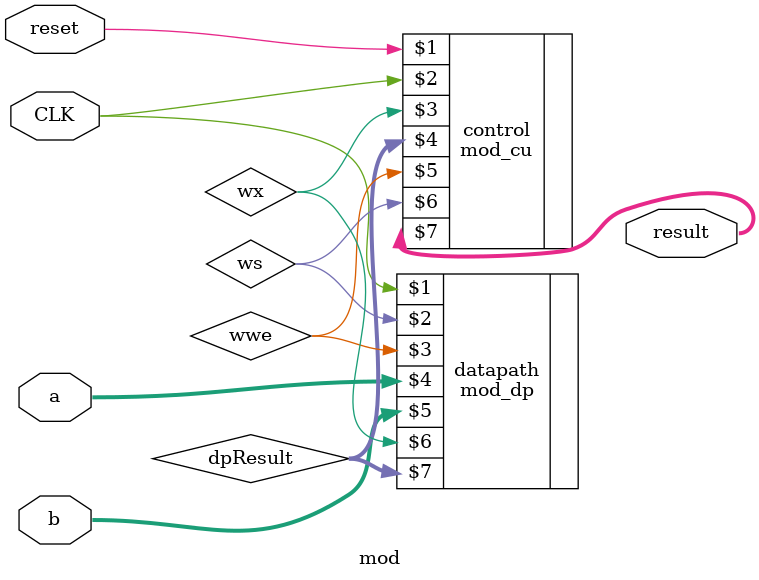
<source format=v>
module mod (
	input [31:0] a, input[31:0] b,
	input reset,
	input CLK,
	output [31:0] result
);
wire wx, wwe, ws;
wire [31:0] dpResult;
mod_cu control (reset, CLK, wx, dpResult, wwe, ws, result);
mod_dp datapath (CLK, ws, wwe, a, b, wx, dpResult);

endmodule
</source>
